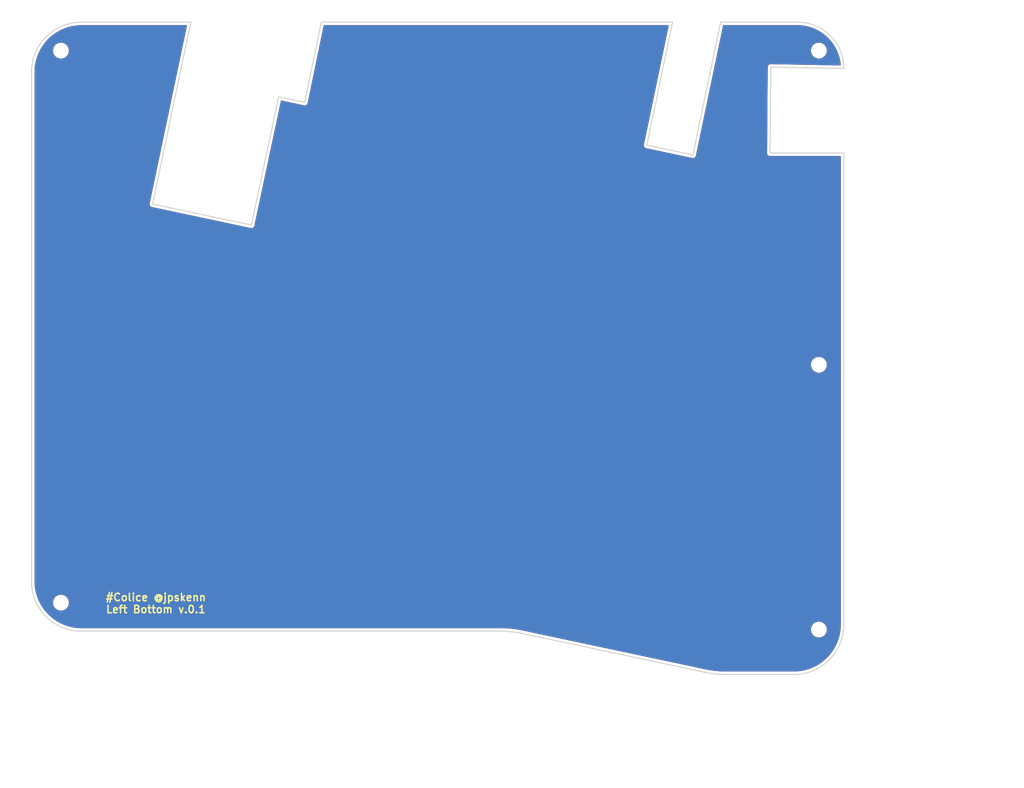
<source format=kicad_pcb>
(kicad_pcb (version 20171130) (host pcbnew "(5.1.5-0-10_14)")

  (general
    (thickness 1.6)
    (drawings 31)
    (tracks 0)
    (zones 0)
    (modules 5)
    (nets 1)
  )

  (page A4)
  (layers
    (0 F.Cu signal)
    (31 B.Cu signal)
    (32 B.Adhes user)
    (33 F.Adhes user)
    (34 B.Paste user)
    (35 F.Paste user)
    (36 B.SilkS user)
    (37 F.SilkS user)
    (38 B.Mask user)
    (39 F.Mask user)
    (40 Dwgs.User user)
    (41 Cmts.User user)
    (42 Eco1.User user)
    (43 Eco2.User user)
    (44 Edge.Cuts user)
    (45 Margin user)
    (46 B.CrtYd user)
    (47 F.CrtYd user)
    (48 B.Fab user)
    (49 F.Fab user)
  )

  (setup
    (last_trace_width 0.25)
    (trace_clearance 0.2)
    (zone_clearance 0.508)
    (zone_45_only no)
    (trace_min 0.2)
    (via_size 0.8)
    (via_drill 0.4)
    (via_min_size 0.4)
    (via_min_drill 0.3)
    (uvia_size 0.3)
    (uvia_drill 0.1)
    (uvias_allowed no)
    (uvia_min_size 0.2)
    (uvia_min_drill 0.1)
    (edge_width 0.05)
    (segment_width 0.2)
    (pcb_text_width 0.3)
    (pcb_text_size 1.5 1.5)
    (mod_edge_width 0.12)
    (mod_text_size 1 1)
    (mod_text_width 0.15)
    (pad_size 1.524 1.524)
    (pad_drill 0.762)
    (pad_to_mask_clearance 0.051)
    (solder_mask_min_width 0.25)
    (aux_axis_origin 0 0)
    (visible_elements FFFFFF7F)
    (pcbplotparams
      (layerselection 0x010fc_ffffffff)
      (usegerberextensions true)
      (usegerberattributes false)
      (usegerberadvancedattributes false)
      (creategerberjobfile false)
      (excludeedgelayer true)
      (linewidth 0.100000)
      (plotframeref false)
      (viasonmask false)
      (mode 1)
      (useauxorigin false)
      (hpglpennumber 1)
      (hpglpenspeed 20)
      (hpglpendiameter 15.000000)
      (psnegative false)
      (psa4output false)
      (plotreference true)
      (plotvalue true)
      (plotinvisibletext false)
      (padsonsilk false)
      (subtractmaskfromsilk false)
      (outputformat 1)
      (mirror false)
      (drillshape 0)
      (scaleselection 1)
      (outputdirectory "gerber/"))
  )

  (net 0 "")

  (net_class Default "これはデフォルトのネット クラスです。"
    (clearance 0.2)
    (trace_width 0.25)
    (via_dia 0.8)
    (via_drill 0.4)
    (uvia_dia 0.3)
    (uvia_drill 0.1)
  )

  (module SMK_SU120:M2_Hole (layer F.Cu) (tedit 5E0D8E1F) (tstamp 5E9C4ADB)
    (at 25.3365 29.2481)
    (descr "Resitance 3 pas")
    (tags R)
    (autoplace_cost180 10)
    (fp_text reference "" (at 0 1.651) (layer F.Fab) hide
      (effects (font (size 0.8128 0.8128) (thickness 0.15)))
    )
    (fp_text value "" (at 0 -1.4605) (layer F.Fab) hide
      (effects (font (size 0.5 0.5) (thickness 0.125)))
    )
    (pad "" np_thru_hole circle (at 0 0) (size 2.15 2.15) (drill 2.15) (layers *.Cu *.Mask))
    (model discret/resistor.wrl
      (at (xyz 0 0 0))
      (scale (xyz 0.3 0.3 0.3))
      (rotate (xyz 0 0 0))
    )
    (model Resistors_ThroughHole.3dshapes/Resistor_Horizontal_RM10mm.wrl
      (at (xyz 0 0 0))
      (scale (xyz 0.2 0.2 0.2))
      (rotate (xyz 0 0 0))
    )
  )

  (module SMK_SU120:M2_Hole (layer F.Cu) (tedit 5E0D8E1F) (tstamp 5E9C4AC6)
    (at 25.3365 139.7508)
    (descr "Resitance 3 pas")
    (tags R)
    (autoplace_cost180 10)
    (fp_text reference "" (at 0 1.651) (layer F.Fab) hide
      (effects (font (size 0.8128 0.8128) (thickness 0.15)))
    )
    (fp_text value "" (at 0 -1.4605) (layer F.Fab) hide
      (effects (font (size 0.5 0.5) (thickness 0.125)))
    )
    (pad "" np_thru_hole circle (at 0 0) (size 2.15 2.15) (drill 2.15) (layers *.Cu *.Mask))
    (model discret/resistor.wrl
      (at (xyz 0 0 0))
      (scale (xyz 0.3 0.3 0.3))
      (rotate (xyz 0 0 0))
    )
    (model Resistors_ThroughHole.3dshapes/Resistor_Horizontal_RM10mm.wrl
      (at (xyz 0 0 0))
      (scale (xyz 0.2 0.2 0.2))
      (rotate (xyz 0 0 0))
    )
  )

  (module SMK_SU120:M2_Hole (layer F.Cu) (tedit 5E0D8E1F) (tstamp 5E9C4AB1)
    (at 176.9618 145.1356)
    (descr "Resitance 3 pas")
    (tags R)
    (autoplace_cost180 10)
    (fp_text reference "" (at 0 1.651) (layer F.Fab) hide
      (effects (font (size 0.8128 0.8128) (thickness 0.15)))
    )
    (fp_text value "" (at 0 -1.4605) (layer F.Fab) hide
      (effects (font (size 0.5 0.5) (thickness 0.125)))
    )
    (pad "" np_thru_hole circle (at 0 0) (size 2.15 2.15) (drill 2.15) (layers *.Cu *.Mask))
    (model discret/resistor.wrl
      (at (xyz 0 0 0))
      (scale (xyz 0.3 0.3 0.3))
      (rotate (xyz 0 0 0))
    )
    (model Resistors_ThroughHole.3dshapes/Resistor_Horizontal_RM10mm.wrl
      (at (xyz 0 0 0))
      (scale (xyz 0.2 0.2 0.2))
      (rotate (xyz 0 0 0))
    )
  )

  (module SMK_SU120:M2_Hole (layer F.Cu) (tedit 5E0D8E1F) (tstamp 5E9C4A9C)
    (at 176.9618 92.1385)
    (descr "Resitance 3 pas")
    (tags R)
    (autoplace_cost180 10)
    (fp_text reference "" (at 0 1.651) (layer F.Fab) hide
      (effects (font (size 0.8128 0.8128) (thickness 0.15)))
    )
    (fp_text value "" (at 0 -1.4605) (layer F.Fab) hide
      (effects (font (size 0.5 0.5) (thickness 0.125)))
    )
    (pad "" np_thru_hole circle (at 0 0) (size 2.15 2.15) (drill 2.15) (layers *.Cu *.Mask))
    (model discret/resistor.wrl
      (at (xyz 0 0 0))
      (scale (xyz 0.3 0.3 0.3))
      (rotate (xyz 0 0 0))
    )
    (model Resistors_ThroughHole.3dshapes/Resistor_Horizontal_RM10mm.wrl
      (at (xyz 0 0 0))
      (scale (xyz 0.2 0.2 0.2))
      (rotate (xyz 0 0 0))
    )
  )

  (module SMK_SU120:M2_Hole (layer F.Cu) (tedit 5E0D8E1F) (tstamp 5E9C49BC)
    (at 176.9618 29.2354)
    (descr "Resitance 3 pas")
    (tags R)
    (autoplace_cost180 10)
    (fp_text reference "" (at 0 1.651) (layer F.Fab) hide
      (effects (font (size 0.8128 0.8128) (thickness 0.15)))
    )
    (fp_text value "" (at 0 -1.4605) (layer F.Fab) hide
      (effects (font (size 0.5 0.5) (thickness 0.125)))
    )
    (pad "" np_thru_hole circle (at 0 0) (size 2.15 2.15) (drill 2.15) (layers *.Cu *.Mask))
    (model discret/resistor.wrl
      (at (xyz 0 0 0))
      (scale (xyz 0.3 0.3 0.3))
      (rotate (xyz 0 0 0))
    )
    (model Resistors_ThroughHole.3dshapes/Resistor_Horizontal_RM10mm.wrl
      (at (xyz 0 0 0))
      (scale (xyz 0.2 0.2 0.2))
      (rotate (xyz 0 0 0))
    )
  )

  (gr_line (start 167.341585 32.562346) (end 167.202942 49.733305) (layer Edge.Cuts) (width 0.2))
  (gr_line (start 181.975212 32.82693) (end 167.341585 32.562346) (layer Edge.Cuts) (width 0.2))
  (gr_curve (pts (xy 22.372149 26.471098) (xy 24.247522 24.595728) (xy 26.790971 23.542156) (xy 29.443164 23.542156)) (layer Edge.Cuts) (width 0.2))
  (gr_line (start 181.975212 32.82693) (end 181.975212 32.82693) (layer Edge.Cuts) (width 0.2))
  (gr_line (start 167.202942 49.733305) (end 181.959602 49.733305) (layer Edge.Cuts) (width 0.2))
  (gr_curve (pts (xy 181.959602 144.137594) (xy 181.959602 149.660516) (xy 177.482571 154.137539) (xy 171.959639 154.137539)) (layer Edge.Cuts) (width 0.2))
  (gr_curve (pts (xy 181.959602 49.733305) (xy 181.959602 49.733305) (xy 181.959602 118.013914) (xy 181.959602 144.137594)) (layer Edge.Cuts) (width 0.2))
  (gr_line (start 157.309871 23.542156) (end 172.675075 23.542156) (layer Edge.Cuts) (width 0.2))
  (gr_line (start 151.761803 50.143674) (end 157.309871 23.542156) (layer Edge.Cuts) (width 0.2))
  (gr_line (start 142.556651 48.187077) (end 151.761803 50.143674) (layer Edge.Cuts) (width 0.2))
  (gr_line (start 147.688793 23.542156) (end 142.556651 48.187077) (layer Edge.Cuts) (width 0.2))
  (gr_line (start 77.407797 23.542156) (end 147.688793 23.542156) (layer Edge.Cuts) (width 0.2))
  (gr_line (start 74.0997 39.605302) (end 77.407797 23.542156) (layer Edge.Cuts) (width 0.2))
  (gr_line (start 68.887125 38.49749) (end 74.0997 39.605302) (layer Edge.Cuts) (width 0.2))
  (gr_line (start 63.430868 64.166615) (end 68.887125 38.49749) (layer Edge.Cuts) (width 0.2))
  (gr_line (start 43.682561 59.968993) (end 63.430868 64.166615) (layer Edge.Cuts) (width 0.2))
  (gr_line (start 51.318993 23.542156) (end 43.682561 59.968993) (layer Edge.Cuts) (width 0.2))
  (gr_curve (pts (xy 172.675075 23.542156) (xy 177.805364 23.542156) (xy 181.966481 27.696651) (xy 181.975212 32.82693)) (layer Edge.Cuts) (width 0.2))
  (gr_curve (pts (xy 19.4432 33.5421) (xy 19.4432 30.889912) (xy 20.496775 28.346468) (xy 22.372149 26.471098)) (layer Edge.Cuts) (width 0.2))
  (gr_curve (pts (xy 19.4432 135.474063) (xy 19.4432 112.557138) (xy 19.4432 56.459025) (xy 19.4432 33.5421)) (layer Edge.Cuts) (width 0.2))
  (gr_curve (pts (xy 22.372149 142.545065) (xy 20.496775 140.669695) (xy 19.4432 138.126251) (xy 19.4432 135.474063)) (layer Edge.Cuts) (width 0.2))
  (gr_curve (pts (xy 29.443164 145.474007) (xy 26.790971 145.474007) (xy 24.247522 144.420434) (xy 22.372149 142.545065)) (layer Edge.Cuts) (width 0.2))
  (gr_curve (pts (xy 113.367448 145.474007) (xy 102.391169 145.474007) (xy 51.327989 145.474007) (xy 29.443164 145.474007)) (layer Edge.Cuts) (width 0.2))
  (gr_curve (pts (xy 117.525919 145.911099) (xy 116.158812 145.620586) (xy 114.764982 145.474007) (xy 113.367448 145.474007)) (layer Edge.Cuts) (width 0.2))
  (gr_curve (pts (xy 154.172695 153.700446) (xy 147.199841 152.218512) (xy 124.498774 147.393298) (xy 117.525919 145.911099)) (layer Edge.Cuts) (width 0.2))
  (gr_curve (pts (xy 158.330902 154.137539) (xy 156.933368 154.137539) (xy 155.539802 153.991224) (xy 154.172695 153.700446)) (layer Edge.Cuts) (width 0.2))
  (gr_curve (pts (xy 171.959639 154.137539) (xy 166.938887 154.137539) (xy 161.305094 154.137539) (xy 158.330902 154.137539)) (layer Edge.Cuts) (width 0.2))
  (gr_curve (pts (xy 29.443164 23.542156) (xy 38.79119 23.542156) (xy 51.318993 23.542156) (xy 51.318993 23.542156)) (layer Edge.Cuts) (width 0.2))
  (gr_line (start 51.318993 23.542156) (end 51.318993 23.542156) (layer Edge.Cuts) (width 0.2))
  (gr_line (start 32.5755 142.367) (end 56.0705 142.367) (layer F.Mask) (width 0.15))
  (gr_text "#Colice @jpskenn\nLeft Bottom v.0.1" (at 44.323 139.8905) (layer F.SilkS)
    (effects (font (size 1.5 1.5) (thickness 0.3)))
  )

  (zone (net 0) (net_name "") (layer F.Cu) (tstamp 5E9AC0D4) (hatch edge 0.508)
    (connect_pads (clearance 0.508))
    (min_thickness 0.254)
    (fill yes (arc_segments 32) (thermal_gap 0.508) (thermal_bridge_width 0.508))
    (polygon
      (pts
        (xy 215.2015 176.911) (xy 14.986 175.9585) (xy 13.1445 19.3675) (xy 217.7415 19.1135)
      )
    )
    (filled_polygon
      (pts
        (xy 42.970818 59.781842) (xy 42.960145 59.815439) (xy 42.956003 59.852516) (xy 42.955791 59.853525) (xy 42.951992 59.888416)
        (xy 42.944069 59.959326) (xy 42.944157 59.96036) (xy 42.944045 59.96139) (xy 42.95032 60.032613) (xy 42.956373 60.103584)
        (xy 42.95666 60.104576) (xy 42.956751 60.105612) (xy 42.976822 60.174315) (xy 42.996584 60.24267) (xy 42.99706 60.243588)
        (xy 42.997351 60.244586) (xy 43.03033 60.307843) (xy 43.063156 60.371239) (xy 43.063805 60.372051) (xy 43.064283 60.372968)
        (xy 43.10891 60.428503) (xy 43.153532 60.48435) (xy 43.154325 60.485018) (xy 43.154974 60.485826) (xy 43.209741 60.531724)
        (xy 43.264239 60.577656) (xy 43.265144 60.578155) (xy 43.265941 60.578823) (xy 43.328434 60.613058) (xy 43.391021 60.647572)
        (xy 43.392015 60.647888) (xy 43.392919 60.648383) (xy 43.461036 60.669815) (xy 43.494431 60.680424) (xy 43.49543 60.680636)
        (xy 43.531026 60.691836) (xy 43.566077 60.695653) (xy 63.242738 64.878047) (xy 63.277311 64.889031) (xy 63.313365 64.893059)
        (xy 63.313369 64.89306) (xy 63.369477 64.899328) (xy 63.421198 64.905107) (xy 63.421201 64.905107) (xy 63.461552 64.901665)
        (xy 63.565455 64.892804) (xy 63.565458 64.892803) (xy 63.565459 64.892803) (xy 63.587212 64.886514) (xy 63.704542 64.852594)
        (xy 63.718837 64.845192) (xy 63.833114 64.78602) (xy 63.920948 64.715841) (xy 63.946223 64.695646) (xy 64.039529 64.58494)
        (xy 64.109445 64.458158) (xy 64.109447 64.458155) (xy 64.153285 64.320169) (xy 64.157313 64.284113) (xy 69.453249 39.369222)
        (xy 73.913861 40.317222) (xy 73.950726 40.328677) (xy 74.020419 40.336017) (xy 74.090053 40.343795) (xy 74.092386 40.343596)
        (xy 74.094712 40.343841) (xy 74.164449 40.337448) (xy 74.234311 40.331487) (xy 74.236561 40.330836) (xy 74.238889 40.330623)
        (xy 74.306042 40.310747) (xy 74.373397 40.291272) (xy 74.375475 40.290196) (xy 74.377718 40.289532) (xy 74.439741 40.256917)
        (xy 74.501964 40.224695) (xy 74.503791 40.223235) (xy 74.505862 40.222146) (xy 74.560317 40.178068) (xy 74.615072 40.134316)
        (xy 74.61658 40.132526) (xy 74.618398 40.131055) (xy 74.663176 40.077238) (xy 74.708375 40.023607) (xy 74.709506 40.021555)
        (xy 74.711001 40.019759) (xy 74.74442 39.958241) (xy 74.778287 39.896823) (xy 74.778996 39.894592) (xy 74.780112 39.892537)
        (xy 74.80089 39.82567) (xy 74.822121 39.758835) (xy 74.826407 39.720467) (xy 78.006854 24.277156) (xy 146.784967 24.277156)
        (xy 141.844759 48.000395) (xy 141.834234 48.033524) (xy 141.830037 48.071091) (xy 141.829727 48.07258) (xy 141.826025 48.107001)
        (xy 141.818159 48.177411) (xy 141.818289 48.178935) (xy 141.818125 48.18046) (xy 141.824443 48.251083) (xy 141.830463 48.321669)
        (xy 141.830889 48.323141) (xy 141.831025 48.324666) (xy 141.85098 48.392634) (xy 141.870674 48.460755) (xy 141.871379 48.462116)
        (xy 141.87181 48.463585) (xy 141.904655 48.526381) (xy 141.937247 48.589324) (xy 141.938203 48.59052) (xy 141.938913 48.591878)
        (xy 141.983412 48.647103) (xy 142.027623 48.702435) (xy 142.028793 48.703421) (xy 142.029755 48.704615) (xy 142.084204 48.750123)
        (xy 142.13833 48.795741) (xy 142.139669 48.79648) (xy 142.140846 48.797463) (xy 142.203101 48.831459) (xy 142.265112 48.865656)
        (xy 142.266571 48.86612) (xy 142.267916 48.866854) (xy 142.335513 48.888022) (xy 142.368522 48.898509) (xy 142.370013 48.898826)
        (xy 142.406082 48.910121) (xy 142.440637 48.913837) (xy 151.575055 50.8554) (xy 151.611013 50.866672) (xy 151.681548 50.87428)
        (xy 151.752137 50.882166) (xy 151.753548 50.882046) (xy 151.754961 50.882198) (xy 151.82571 50.875891) (xy 151.896395 50.869862)
        (xy 151.897758 50.869468) (xy 151.89917 50.869342) (xy 151.967277 50.84937) (xy 152.035482 50.829651) (xy 152.036741 50.828999)
        (xy 152.038102 50.8286) (xy 152.101049 50.7957) (xy 152.16405 50.763078) (xy 152.165157 50.762194) (xy 152.166415 50.761536)
        (xy 152.221749 50.716976) (xy 152.277161 50.672702) (xy 152.278074 50.671618) (xy 152.27918 50.670728) (xy 152.324755 50.616231)
        (xy 152.370467 50.561995) (xy 152.371152 50.560754) (xy 152.372062 50.559665) (xy 152.406116 50.49735) (xy 152.440382 50.435213)
        (xy 152.440811 50.433861) (xy 152.441492 50.432616) (xy 152.462721 50.364898) (xy 152.48422 50.297227) (xy 152.488405 50.259769)
        (xy 156.908417 29.06698) (xy 175.2518 29.06698) (xy 175.2518 29.40382) (xy 175.317514 29.734189) (xy 175.446418 30.045389)
        (xy 175.633556 30.325461) (xy 175.871739 30.563644) (xy 176.151811 30.750782) (xy 176.463011 30.879686) (xy 176.79338 30.9454)
        (xy 177.13022 30.9454) (xy 177.460589 30.879686) (xy 177.771789 30.750782) (xy 178.051861 30.563644) (xy 178.290044 30.325461)
        (xy 178.477182 30.045389) (xy 178.606086 29.734189) (xy 178.6718 29.40382) (xy 178.6718 29.06698) (xy 178.606086 28.736611)
        (xy 178.477182 28.425411) (xy 178.290044 28.145339) (xy 178.051861 27.907156) (xy 177.771789 27.720018) (xy 177.460589 27.591114)
        (xy 177.13022 27.5254) (xy 176.79338 27.5254) (xy 176.463011 27.591114) (xy 176.151811 27.720018) (xy 175.871739 27.907156)
        (xy 175.633556 28.145339) (xy 175.446418 28.425411) (xy 175.317514 28.736611) (xy 175.2518 29.06698) (xy 156.908417 29.06698)
        (xy 157.907393 24.277156) (xy 172.671044 24.277156) (xy 172.867087 24.279303) (xy 173.052726 24.285358) (xy 173.228641 24.294769)
        (xy 173.403754 24.307711) (xy 173.574351 24.32378) (xy 173.740546 24.342739) (xy 173.907421 24.365095) (xy 174.073239 24.390638)
        (xy 174.24155 24.419988) (xy 174.398517 24.450508) (xy 174.551192 24.483146) (xy 174.708018 24.519743) (xy 174.857038 24.557437)
        (xy 175.003431 24.597282) (xy 175.148953 24.639693) (xy 175.290045 24.683527) (xy 175.430201 24.729759) (xy 175.569201 24.7783)
        (xy 175.710443 24.830416) (xy 175.844061 24.882361) (xy 175.976798 24.936561) (xy 176.108367 24.992885) (xy 176.23878 25.051329)
        (xy 176.371132 25.113357) (xy 176.498968 25.175928) (xy 176.634689 25.245294) (xy 176.766093 25.315402) (xy 176.887193 25.382654)
        (xy 177.014613 25.456228) (xy 177.140411 25.531773) (xy 177.26625 25.610323) (xy 177.387824 25.689132) (xy 177.508187 25.770074)
        (xy 177.621586 25.849083) (xy 177.733878 25.930034) (xy 177.839452 26.008691) (xy 177.943932 26.089052) (xy 178.047025 26.170891)
        (xy 178.153737 26.25836) (xy 178.266777 26.354196) (xy 178.368047 26.442948) (xy 178.465625 26.531168) (xy 178.56161 26.620649)
        (xy 178.668337 26.723421) (xy 178.768305 26.822967) (xy 178.866833 26.924344) (xy 178.956867 27.019964) (xy 179.047847 27.119629)
        (xy 179.13504 27.218162) (xy 179.220707 27.318001) (xy 179.307053 27.421843) (xy 179.389606 27.524304) (xy 179.470603 27.628048)
        (xy 179.554151 27.738589) (xy 179.631846 27.844815) (xy 179.709788 27.954927) (xy 179.793565 28.077522) (xy 179.87322 28.198466)
        (xy 179.950909 28.32088) (xy 180.028408 28.447743) (xy 180.09848 28.566894) (xy 180.173496 28.699562) (xy 180.240461 28.822864)
        (xy 180.307127 28.950651) (xy 180.370864 29.077994) (xy 180.435462 29.21277) (xy 180.494816 29.34225) (xy 180.557594 29.485799)
        (xy 180.612582 29.617814) (xy 180.665484 29.751109) (xy 180.716222 29.885529) (xy 180.766403 30.025735) (xy 180.814685 30.168524)
        (xy 180.861049 30.31416) (xy 180.903403 30.455838) (xy 180.944301 30.601989) (xy 180.983013 30.750574) (xy 181.020711 30.90706)
        (xy 181.054429 31.059454) (xy 181.085392 31.212679) (xy 181.115364 31.377017) (xy 181.144282 31.556201) (xy 181.168326 31.727708)
        (xy 181.188992 31.900498) (xy 181.205887 32.070697) (xy 181.206455 32.077911) (xy 167.387293 31.828053) (xy 167.347548 31.823814)
        (xy 167.279044 31.830003) (xy 167.210619 31.835495) (xy 167.207053 31.836507) (xy 167.203353 31.836841) (xy 167.137345 31.856284)
        (xy 167.071334 31.875012) (xy 167.068036 31.876699) (xy 167.064471 31.877749) (xy 167.003547 31.909684) (xy 166.942434 31.940942)
        (xy 166.939525 31.943242) (xy 166.936237 31.944966) (xy 166.882743 31.98815) (xy 166.828874 32.030753) (xy 166.826469 32.033577)
        (xy 166.823581 32.035909) (xy 166.779547 32.088689) (xy 166.735016 32.140992) (xy 166.733209 32.144231) (xy 166.730831 32.147081)
        (xy 166.697948 32.207425) (xy 166.664469 32.267425) (xy 166.663328 32.270956) (xy 166.661553 32.274213) (xy 166.641066 32.339835)
        (xy 166.619944 32.40519) (xy 166.619514 32.408871) (xy 166.618407 32.412417) (xy 166.611117 32.480771) (xy 166.60315 32.548995)
        (xy 166.606348 32.588833) (xy 166.468234 49.694235) (xy 166.464386 49.733305) (xy 166.471199 49.802476) (xy 166.477438 49.871536)
        (xy 166.478283 49.874405) (xy 166.478577 49.87739) (xy 166.498762 49.943931) (xy 166.518346 50.010419) (xy 166.519734 50.013067)
        (xy 166.520605 50.015938) (xy 166.553388 50.077272) (xy 166.585563 50.138653) (xy 166.587441 50.140979) (xy 166.588855 50.143625)
        (xy 166.632964 50.197371) (xy 166.676505 50.251309) (xy 166.678802 50.253225) (xy 166.680704 50.255543) (xy 166.734426 50.299631)
        (xy 166.787678 50.344059) (xy 166.790305 50.345491) (xy 166.792622 50.347392) (xy 166.853937 50.380165) (xy 166.91481 50.413337)
        (xy 166.917663 50.414228) (xy 166.920309 50.415642) (xy 166.98682 50.435818) (xy 167.053014 50.456483) (xy 167.05599 50.4568)
        (xy 167.058857 50.45767) (xy 167.128015 50.464481) (xy 167.196979 50.471836) (xy 167.236063 50.468305) (xy 181.224602 50.468305)
        (xy 181.224602 144.133955) (xy 181.222748 144.323013) (xy 181.217401 144.5056) (xy 181.208778 144.683369) (xy 181.196525 144.864263)
        (xy 181.181572 145.036497) (xy 181.163481 145.207925) (xy 181.14278 145.374727) (xy 181.119697 145.536907) (xy 181.093809 145.698254)
        (xy 181.065164 145.858623) (xy 181.034512 146.014489) (xy 181.00128 146.169311) (xy 180.96546 146.323259) (xy 180.928005 146.472703)
        (xy 180.887656 146.622911) (xy 180.845924 146.768515) (xy 180.800209 146.918466) (xy 180.752018 147.067385) (xy 180.703836 147.20825)
        (xy 180.654667 147.344817) (xy 180.603415 147.480418) (xy 180.549394 147.616767) (xy 180.494796 147.748487) (xy 180.435948 147.884343)
        (xy 180.375017 148.019045) (xy 180.315158 148.146049) (xy 180.253355 148.272156) (xy 180.189776 148.39705) (xy 180.122704 148.523938)
        (xy 180.050145 148.656074) (xy 179.977307 148.783808) (xy 179.908119 148.900938) (xy 179.837174 149.017107) (xy 179.762584 149.13526)
        (xy 179.688522 149.248796) (xy 179.600274 149.379527) (xy 179.522764 149.490541) (xy 179.443365 149.600787) (xy 179.362552 149.709608)
        (xy 179.273341 149.826011) (xy 179.191562 149.929478) (xy 179.105887 150.034731) (xy 179.021091 150.135891) (xy 178.932449 150.238607)
        (xy 178.842432 150.339903) (xy 178.748449 150.442576) (xy 178.658033 150.538512) (xy 178.561222 150.638291) (xy 178.460411 150.739103)
        (xy 178.360575 150.83597) (xy 178.264638 150.926386) (xy 178.161952 151.02038) (xy 178.060583 151.110463) (xy 177.960647 151.196736)
        (xy 177.859531 151.281558) (xy 177.75419 151.367372) (xy 177.650593 151.449316) (xy 177.545755 151.529852) (xy 177.436962 151.610958)
        (xy 177.323947 151.692643) (xy 177.212696 151.770567) (xy 177.100219 151.846923) (xy 176.986575 151.921663) (xy 176.87199 151.994638)
        (xy 176.746791 152.071714) (xy 176.62995 152.141206) (xy 176.502304 152.214507) (xy 176.383155 152.280524) (xy 176.259589 152.34659)
        (xy 176.131807 152.412406) (xy 176.002787 152.476337) (xy 175.876132 152.536681) (xy 175.744954 152.596714) (xy 175.612893 152.654667)
        (xy 175.476352 152.712018) (xy 175.338679 152.767252) (xy 175.203589 152.818966) (xy 175.056867 152.872398) (xy 174.91625 152.920981)
        (xy 174.774401 152.967429) (xy 174.63169 153.011602) (xy 174.48487 153.054409) (xy 174.315131 153.100624) (xy 174.166228 153.138315)
        (xy 174.014161 153.174088) (xy 173.861312 153.207319) (xy 173.703687 153.238752) (xy 173.545443 153.267449) (xy 173.380405 153.294358)
        (xy 173.218853 153.317742) (xy 173.03319 153.341043) (xy 172.86588 153.358802) (xy 172.693555 153.373898) (xy 172.516671 153.386055)
        (xy 172.335145 153.39504) (xy 172.144933 153.400686) (xy 171.956001 153.402539) (xy 158.332799 153.402539) (xy 158.137813 153.40156)
        (xy 157.932522 153.39841) (xy 157.741525 153.393517) (xy 157.55448 153.386889) (xy 157.367612 153.378449) (xy 157.182659 153.368303)
        (xy 156.997834 153.356381) (xy 156.815206 153.342851) (xy 156.634734 153.327759) (xy 156.454372 153.310965) (xy 156.274117 153.292472)
        (xy 156.099913 153.272967) (xy 155.921994 153.251384) (xy 155.750211 153.228948) (xy 155.578639 153.204966) (xy 155.407165 153.179422)
        (xy 155.235887 153.152326) (xy 155.069874 153.12455) (xy 154.902061 153.094949) (xy 154.731288 153.063252) (xy 154.569015 153.031649)
        (xy 154.405809 152.998401) (xy 154.324846 152.981366) (xy 154.160148 152.946362) (xy 153.810615 152.872074) (xy 153.810611 152.872074)
        (xy 153.439181 152.793133) (xy 153.439123 152.79312) (xy 153.046393 152.709651) (xy 153.046389 152.709651) (xy 152.42151 152.57684)
        (xy 152.421481 152.576834) (xy 151.747967 152.433685) (xy 151.747965 152.433685) (xy 151.277478 152.333688) (xy 151.277474 152.333688)
        (xy 150.789352 152.22994) (xy 150.789344 152.229939) (xy 150.284304 152.122596) (xy 150.284298 152.122595) (xy 149.763059 152.011809)
        (xy 149.763057 152.011809) (xy 149.226331 151.897731) (xy 148.395502 151.721143) (xy 147.530503 151.537291) (xy 147.530474 151.537285)
        (xy 146.93903 151.411576) (xy 146.335764 151.283354) (xy 146.335706 151.283341) (xy 145.721221 151.152733) (xy 144.781315 150.952957)
        (xy 143.494027 150.679345) (xy 143.494019 150.679344) (xy 142.175059 150.398999) (xy 142.175051 150.398998) (xy 140.830174 150.113144)
        (xy 139.465159 149.823008) (xy 139.46513 149.823002) (xy 137.393113 149.382591) (xy 137.393084 149.382585) (xy 135.306666 148.93911)
        (xy 135.306637 148.939104) (xy 134.265212 148.717744) (xy 134.26521 148.717744) (xy 133.573027 148.570619) (xy 133.572969 148.570606)
        (xy 132.539106 148.350854) (xy 132.539104 148.350854) (xy 131.17406 148.060707) (xy 129.162491 147.633138) (xy 126.587916 147.085896)
        (xy 126.587908 147.085895) (xy 124.174617 146.572932) (xy 121.968702 146.104045) (xy 121.968673 146.104039) (xy 120.016219 145.689024)
        (xy 120.016162 145.689011) (xy 118.756251 145.421201) (xy 118.756243 145.4212) (xy 118.013404 145.2633) (xy 118.01327 145.26327)
        (xy 117.678739 145.192161) (xy 117.678583 145.192143) (xy 117.675662 145.191514) (xy 117.509311 145.156897) (xy 117.509133 145.156878)
        (xy 117.503035 145.15562) (xy 117.3284 145.120864) (xy 117.328222 145.120846) (xy 117.322086 145.119636) (xy 117.153221 145.087562)
        (xy 117.153045 145.087546) (xy 117.146882 145.086387) (xy 116.969712 145.054343) (xy 116.969546 145.054329) (xy 116.963107 145.053179)
        (xy 116.78064 145.021894) (xy 116.780469 145.021882) (xy 116.774074 145.020799) (xy 116.599435 144.992482) (xy 116.599264 144.992471)
        (xy 116.592859 144.991446) (xy 116.434117 144.96718) (xy 175.2518 144.96718) (xy 175.2518 145.30402) (xy 175.317514 145.634389)
        (xy 175.446418 145.945589) (xy 175.633556 146.225661) (xy 175.871739 146.463844) (xy 176.151811 146.650982) (xy 176.463011 146.779886)
        (xy 176.79338 146.8456) (xy 177.13022 146.8456) (xy 177.460589 146.779886) (xy 177.771789 146.650982) (xy 178.051861 146.463844)
        (xy 178.290044 146.225661) (xy 178.477182 145.945589) (xy 178.606086 145.634389) (xy 178.6718 145.30402) (xy 178.6718 144.96718)
        (xy 178.606086 144.636811) (xy 178.477182 144.325611) (xy 178.290044 144.045539) (xy 178.051861 143.807356) (xy 177.771789 143.620218)
        (xy 177.460589 143.491314) (xy 177.13022 143.4256) (xy 176.79338 143.4256) (xy 176.463011 143.491314) (xy 176.151811 143.620218)
        (xy 175.871739 143.807356) (xy 175.633556 144.045539) (xy 175.446418 144.325611) (xy 175.317514 144.636811) (xy 175.2518 144.96718)
        (xy 116.434117 144.96718) (xy 116.408892 144.963324) (xy 116.408719 144.963315) (xy 116.402281 144.962344) (xy 116.22618 144.937061)
        (xy 116.226003 144.937053) (xy 116.219636 144.936152) (xy 116.039276 144.91191) (xy 116.039108 144.911904) (xy 116.032681 144.911053)
        (xy 115.854146 144.888699) (xy 115.853965 144.888694) (xy 115.847437 144.887891) (xy 115.66059 144.866239) (xy 115.660421 144.866236)
        (xy 115.653826 144.865487) (xy 115.472889 144.846216) (xy 115.472719 144.846215) (xy 115.466212 144.845535) (xy 115.283068 144.827719)
        (xy 115.282898 144.827719) (xy 115.27623 144.827086) (xy 115.086813 144.810445) (xy 115.086645 144.810447) (xy 115.079921 144.809872)
        (xy 114.894426 144.795333) (xy 114.894257 144.795336) (xy 114.887545 144.794826) (xy 114.698848 144.781817) (xy 114.698677 144.781822)
        (xy 114.691911 144.781372) (xy 114.503084 144.770147) (xy 114.502913 144.770154) (xy 114.496068 144.769764) (xy 114.303035 144.76014)
        (xy 114.302876 144.760148) (xy 114.295823 144.759816) (xy 114.096547 144.751842) (xy 114.096388 144.751851) (xy 114.089277 144.751587)
        (xy 113.892965 144.745677) (xy 113.892808 144.745688) (xy 113.885751 144.745495) (xy 113.689354 144.741512) (xy 113.689203 144.741524)
        (xy 113.681971 144.741399) (xy 113.477316 144.739305) (xy 113.477131 144.739321) (xy 113.471663 144.739269) (xy 113.369315 144.739009)
        (xy 113.369207 144.739019) (xy 113.367448 144.739007) (xy 29.44681 144.739007) (xy 29.257952 144.737119) (xy 29.074916 144.731657)
        (xy 28.896173 144.722824) (xy 28.714828 144.71032) (xy 28.543648 144.69523) (xy 28.358855 144.675335) (xy 28.182155 144.652797)
        (xy 28.020442 144.62913) (xy 27.86106 144.602937) (xy 27.698884 144.573337) (xy 27.52084 144.537393) (xy 27.36905 144.503865)
        (xy 27.217461 144.467696) (xy 27.066591 144.429006) (xy 26.919933 144.388788) (xy 26.772298 144.34567) (xy 26.625336 144.300087)
        (xy 26.484504 144.253876) (xy 26.344152 144.20532) (xy 26.207283 144.155525) (xy 26.072091 144.103923) (xy 25.93536 144.049253)
        (xy 25.788466 143.987684) (xy 25.65274 143.928133) (xy 25.521137 143.867892) (xy 25.391187 143.80594) (xy 25.266992 143.744393)
        (xy 25.144478 143.681382) (xy 25.019648 143.614785) (xy 24.899023 143.548077) (xy 24.779294 143.479516) (xy 24.65899 143.408212)
        (xy 24.539744 143.335078) (xy 24.423849 143.261592) (xy 24.307299 143.185229) (xy 24.196521 143.110287) (xy 24.085806 143.033023)
        (xy 23.975522 142.953638) (xy 23.867001 142.873084) (xy 23.759553 142.790867) (xy 23.653171 142.706972) (xy 23.550758 142.62378)
        (xy 23.44946 142.539067) (xy 23.348489 142.452144) (xy 23.249367 142.364306) (xy 23.152094 142.2756) (xy 23.055422 142.184883)
        (xy 22.95378 142.086654) (xy 22.892571 142.026022) (xy 22.797163 141.929219) (xy 22.705911 141.833926) (xy 22.614868 141.736084)
        (xy 22.525995 141.637781) (xy 22.438618 141.538313) (xy 22.352794 141.437749) (xy 22.268494 141.336069) (xy 22.185764 141.233336)
        (xy 22.102393 141.126696) (xy 22.020644 141.018922) (xy 21.940581 140.910104) (xy 21.860112 140.79728) (xy 21.781362 140.683297)
        (xy 21.706456 140.571388) (xy 21.63234 140.457067) (xy 21.552558 140.329741) (xy 21.482625 140.21422) (xy 21.412874 140.095066)
        (xy 21.345009 139.975069) (xy 21.275934 139.848472) (xy 21.210233 139.723521) (xy 21.142671 139.589984) (xy 21.138971 139.58238)
        (xy 23.6265 139.58238) (xy 23.6265 139.91922) (xy 23.692214 140.249589) (xy 23.821118 140.560789) (xy 24.008256 140.840861)
        (xy 24.246439 141.079044) (xy 24.526511 141.266182) (xy 24.837711 141.395086) (xy 25.16808 141.4608) (xy 25.50492 141.4608)
        (xy 25.835289 141.395086) (xy 26.146489 141.266182) (xy 26.426561 141.079044) (xy 26.664744 140.840861) (xy 26.851882 140.560789)
        (xy 26.980786 140.249589) (xy 27.0465 139.91922) (xy 27.0465 139.58238) (xy 26.980786 139.252011) (xy 26.851882 138.940811)
        (xy 26.664744 138.660739) (xy 26.426561 138.422556) (xy 26.146489 138.235418) (xy 25.835289 138.106514) (xy 25.50492 138.0408)
        (xy 25.16808 138.0408) (xy 24.837711 138.106514) (xy 24.526511 138.235418) (xy 24.246439 138.422556) (xy 24.008256 138.660739)
        (xy 23.821118 138.940811) (xy 23.692214 139.252011) (xy 23.6265 139.58238) (xy 21.138971 139.58238) (xy 21.082116 139.465538)
        (xy 21.02259 139.338375) (xy 20.964657 139.209553) (xy 20.908757 139.080009) (xy 20.851036 138.940228) (xy 20.797637 138.804815)
        (xy 20.746659 138.669358) (xy 20.696592 138.52966) (xy 20.648795 138.389252) (xy 20.602673 138.246258) (xy 20.559188 138.10359)
        (xy 20.515987 137.952976) (xy 20.475614 137.802724) (xy 20.436894 137.64818) (xy 20.400814 137.492888) (xy 20.367414 137.337013)
        (xy 20.335696 137.175185) (xy 20.30575 137.00621) (xy 20.280024 136.843992) (xy 20.256792 136.678376) (xy 20.236545 136.512279)
        (xy 20.218927 136.341833) (xy 20.204462 136.171099) (xy 20.192972 135.996695) (xy 20.183677 135.791693) (xy 20.179138 135.604258)
        (xy 20.1782 135.471419) (xy 20.1782 91.97008) (xy 175.2518 91.97008) (xy 175.2518 92.30692) (xy 175.317514 92.637289)
        (xy 175.446418 92.948489) (xy 175.633556 93.228561) (xy 175.871739 93.466744) (xy 176.151811 93.653882) (xy 176.463011 93.782786)
        (xy 176.79338 93.8485) (xy 177.13022 93.8485) (xy 177.460589 93.782786) (xy 177.771789 93.653882) (xy 178.051861 93.466744)
        (xy 178.290044 93.228561) (xy 178.477182 92.948489) (xy 178.606086 92.637289) (xy 178.6718 92.30692) (xy 178.6718 91.97008)
        (xy 178.606086 91.639711) (xy 178.477182 91.328511) (xy 178.290044 91.048439) (xy 178.051861 90.810256) (xy 177.771789 90.623118)
        (xy 177.460589 90.494214) (xy 177.13022 90.4285) (xy 176.79338 90.4285) (xy 176.463011 90.494214) (xy 176.151811 90.623118)
        (xy 175.871739 90.810256) (xy 175.633556 91.048439) (xy 175.446418 91.328511) (xy 175.317514 91.639711) (xy 175.2518 91.97008)
        (xy 20.1782 91.97008) (xy 20.1782 33.546305) (xy 20.180718 33.327558) (xy 20.186726 33.145239) (xy 20.196056 32.967401)
        (xy 20.209242 32.784355) (xy 20.224808 32.613903) (xy 20.243314 32.445503) (xy 20.264373 32.281296) (xy 20.28807 32.119381)
        (xy 20.314257 31.960037) (xy 20.344623 31.793839) (xy 20.375671 31.639363) (xy 20.41018 31.481763) (xy 20.446944 31.326762)
        (xy 20.487308 31.168865) (xy 20.527954 31.020474) (xy 20.57001 30.876282) (xy 20.613794 30.734689) (xy 20.663404 30.583205)
        (xy 20.711854 30.443163) (xy 20.76258 30.303799) (xy 20.816221 30.163505) (xy 20.86961 30.030236) (xy 20.929521 29.887393)
        (xy 20.987224 29.755791) (xy 21.046281 29.626567) (xy 21.108571 29.495665) (xy 21.171195 29.369133) (xy 21.235855 29.243349)
        (xy 21.300633 29.121875) (xy 21.323967 29.07968) (xy 23.6265 29.07968) (xy 23.6265 29.41652) (xy 23.692214 29.746889)
        (xy 23.821118 30.058089) (xy 24.008256 30.338161) (xy 24.246439 30.576344) (xy 24.526511 30.763482) (xy 24.837711 30.892386)
        (xy 25.16808 30.9581) (xy 25.50492 30.9581) (xy 25.835289 30.892386) (xy 26.146489 30.763482) (xy 26.426561 30.576344)
        (xy 26.664744 30.338161) (xy 26.851882 30.058089) (xy 26.980786 29.746889) (xy 27.0465 29.41652) (xy 27.0465 29.07968)
        (xy 26.980786 28.749311) (xy 26.851882 28.438111) (xy 26.664744 28.158039) (xy 26.426561 27.919856) (xy 26.146489 27.732718)
        (xy 25.835289 27.603814) (xy 25.50492 27.5381) (xy 25.16808 27.5381) (xy 24.837711 27.603814) (xy 24.526511 27.732718)
        (xy 24.246439 27.919856) (xy 24.008256 28.158039) (xy 23.821118 28.438111) (xy 23.692214 28.749311) (xy 23.6265 29.07968)
        (xy 21.323967 29.07968) (xy 21.370913 28.99479) (xy 21.441308 28.872023) (xy 21.511268 28.754155) (xy 21.582108 28.638712)
        (xy 21.65418 28.525009) (xy 21.728948 28.410795) (xy 21.805483 28.297553) (xy 21.882629 28.186938) (xy 21.961484 28.077316)
        (xy 22.041876 27.968926) (xy 22.13077 27.852801) (xy 22.216793 27.743936) (xy 22.309482 27.630279) (xy 22.394361 27.529336)
        (xy 22.480903 27.429348) (xy 22.571257 27.327962) (xy 22.673597 27.216636) (xy 22.764709 27.120518) (xy 22.858791 27.024073)
        (xy 22.89068 26.992022) (xy 22.985361 26.898666) (xy 23.084028 26.804155) (xy 23.181145 26.713796) (xy 23.278757 26.625539)
        (xy 23.378911 26.537551) (xy 23.479237 26.451932) (xy 23.592419 26.358244) (xy 23.694871 26.275996) (xy 23.810486 26.186003)
        (xy 23.918253 26.10472) (xy 24.02657 26.025463) (xy 24.136661 25.947342) (xy 24.248534 25.87039) (xy 24.360628 25.795674)
        (xy 24.476837 25.720663) (xy 24.590942 25.649372) (xy 24.709043 25.577977) (xy 24.831387 25.506516) (xy 24.951481 25.438776)
        (xy 25.072558 25.372843) (xy 25.195353 25.308325) (xy 25.323939 25.243252) (xy 25.448486 25.182591) (xy 25.574763 25.123414)
        (xy 25.707697 25.063594) (xy 25.840628 25.006265) (xy 25.972815 24.951672) (xy 26.105742 24.89916) (xy 26.241201 24.848063)
        (xy 26.382576 24.79729) (xy 26.52383 24.74912) (xy 26.664117 24.703777) (xy 26.80783 24.659861) (xy 26.953991 24.617793)
        (xy 27.100714 24.578159) (xy 27.255337 24.539167) (xy 27.408757 24.50326) (xy 27.562883 24.469942) (xy 27.721088 24.438587)
        (xy 27.889144 24.408396) (xy 28.048518 24.382707) (xy 28.213999 24.35904) (xy 28.386959 24.337552) (xy 28.580996 24.317363)
        (xy 28.758674 24.302484) (xy 28.936745 24.291026) (xy 29.139768 24.282156) (xy 29.331352 24.27785) (xy 29.445343 24.277156)
        (xy 50.413932 24.277156)
      )
    )
  )
  (zone (net 0) (net_name "") (layer B.Cu) (tstamp 5E9AC0D1) (hatch edge 0.508)
    (connect_pads (clearance 0.508))
    (min_thickness 0.254)
    (fill yes (arc_segments 32) (thermal_gap 0.508) (thermal_bridge_width 0.508))
    (polygon
      (pts
        (xy 214.6935 176.4665) (xy 13.843 176.2125) (xy 13.1445 19.685) (xy 217.9955 19.1135)
      )
    )
    (filled_polygon
      (pts
        (xy 42.970818 59.781842) (xy 42.960145 59.815439) (xy 42.956003 59.852516) (xy 42.955791 59.853525) (xy 42.951992 59.888416)
        (xy 42.944069 59.959326) (xy 42.944157 59.96036) (xy 42.944045 59.96139) (xy 42.95032 60.032613) (xy 42.956373 60.103584)
        (xy 42.95666 60.104576) (xy 42.956751 60.105612) (xy 42.976822 60.174315) (xy 42.996584 60.24267) (xy 42.99706 60.243588)
        (xy 42.997351 60.244586) (xy 43.03033 60.307843) (xy 43.063156 60.371239) (xy 43.063805 60.372051) (xy 43.064283 60.372968)
        (xy 43.10891 60.428503) (xy 43.153532 60.48435) (xy 43.154325 60.485018) (xy 43.154974 60.485826) (xy 43.209741 60.531724)
        (xy 43.264239 60.577656) (xy 43.265144 60.578155) (xy 43.265941 60.578823) (xy 43.328434 60.613058) (xy 43.391021 60.647572)
        (xy 43.392015 60.647888) (xy 43.392919 60.648383) (xy 43.461036 60.669815) (xy 43.494431 60.680424) (xy 43.49543 60.680636)
        (xy 43.531026 60.691836) (xy 43.566077 60.695653) (xy 63.242738 64.878047) (xy 63.277311 64.889031) (xy 63.313365 64.893059)
        (xy 63.313369 64.89306) (xy 63.369477 64.899328) (xy 63.421198 64.905107) (xy 63.421201 64.905107) (xy 63.461552 64.901665)
        (xy 63.565455 64.892804) (xy 63.565458 64.892803) (xy 63.565459 64.892803) (xy 63.587212 64.886514) (xy 63.704542 64.852594)
        (xy 63.718837 64.845192) (xy 63.833114 64.78602) (xy 63.920948 64.715841) (xy 63.946223 64.695646) (xy 64.039529 64.58494)
        (xy 64.109445 64.458158) (xy 64.109447 64.458155) (xy 64.153285 64.320169) (xy 64.157313 64.284113) (xy 69.453249 39.369222)
        (xy 73.913861 40.317222) (xy 73.950726 40.328677) (xy 74.020419 40.336017) (xy 74.090053 40.343795) (xy 74.092386 40.343596)
        (xy 74.094712 40.343841) (xy 74.164449 40.337448) (xy 74.234311 40.331487) (xy 74.236561 40.330836) (xy 74.238889 40.330623)
        (xy 74.306042 40.310747) (xy 74.373397 40.291272) (xy 74.375475 40.290196) (xy 74.377718 40.289532) (xy 74.439741 40.256917)
        (xy 74.501964 40.224695) (xy 74.503791 40.223235) (xy 74.505862 40.222146) (xy 74.560317 40.178068) (xy 74.615072 40.134316)
        (xy 74.61658 40.132526) (xy 74.618398 40.131055) (xy 74.663176 40.077238) (xy 74.708375 40.023607) (xy 74.709506 40.021555)
        (xy 74.711001 40.019759) (xy 74.74442 39.958241) (xy 74.778287 39.896823) (xy 74.778996 39.894592) (xy 74.780112 39.892537)
        (xy 74.80089 39.82567) (xy 74.822121 39.758835) (xy 74.826407 39.720467) (xy 78.006854 24.277156) (xy 146.784967 24.277156)
        (xy 141.844759 48.000395) (xy 141.834234 48.033524) (xy 141.830037 48.071091) (xy 141.829727 48.07258) (xy 141.826025 48.107001)
        (xy 141.818159 48.177411) (xy 141.818289 48.178935) (xy 141.818125 48.18046) (xy 141.824443 48.251083) (xy 141.830463 48.321669)
        (xy 141.830889 48.323141) (xy 141.831025 48.324666) (xy 141.85098 48.392634) (xy 141.870674 48.460755) (xy 141.871379 48.462116)
        (xy 141.87181 48.463585) (xy 141.904655 48.526381) (xy 141.937247 48.589324) (xy 141.938203 48.59052) (xy 141.938913 48.591878)
        (xy 141.983412 48.647103) (xy 142.027623 48.702435) (xy 142.028793 48.703421) (xy 142.029755 48.704615) (xy 142.084204 48.750123)
        (xy 142.13833 48.795741) (xy 142.139669 48.79648) (xy 142.140846 48.797463) (xy 142.203101 48.831459) (xy 142.265112 48.865656)
        (xy 142.266571 48.86612) (xy 142.267916 48.866854) (xy 142.335513 48.888022) (xy 142.368522 48.898509) (xy 142.370013 48.898826)
        (xy 142.406082 48.910121) (xy 142.440637 48.913837) (xy 151.575055 50.8554) (xy 151.611013 50.866672) (xy 151.681548 50.87428)
        (xy 151.752137 50.882166) (xy 151.753548 50.882046) (xy 151.754961 50.882198) (xy 151.82571 50.875891) (xy 151.896395 50.869862)
        (xy 151.897758 50.869468) (xy 151.89917 50.869342) (xy 151.967277 50.84937) (xy 152.035482 50.829651) (xy 152.036741 50.828999)
        (xy 152.038102 50.8286) (xy 152.101049 50.7957) (xy 152.16405 50.763078) (xy 152.165157 50.762194) (xy 152.166415 50.761536)
        (xy 152.221749 50.716976) (xy 152.277161 50.672702) (xy 152.278074 50.671618) (xy 152.27918 50.670728) (xy 152.324755 50.616231)
        (xy 152.370467 50.561995) (xy 152.371152 50.560754) (xy 152.372062 50.559665) (xy 152.406116 50.49735) (xy 152.440382 50.435213)
        (xy 152.440811 50.433861) (xy 152.441492 50.432616) (xy 152.462721 50.364898) (xy 152.48422 50.297227) (xy 152.488405 50.259769)
        (xy 156.908417 29.06698) (xy 175.2518 29.06698) (xy 175.2518 29.40382) (xy 175.317514 29.734189) (xy 175.446418 30.045389)
        (xy 175.633556 30.325461) (xy 175.871739 30.563644) (xy 176.151811 30.750782) (xy 176.463011 30.879686) (xy 176.79338 30.9454)
        (xy 177.13022 30.9454) (xy 177.460589 30.879686) (xy 177.771789 30.750782) (xy 178.051861 30.563644) (xy 178.290044 30.325461)
        (xy 178.477182 30.045389) (xy 178.606086 29.734189) (xy 178.6718 29.40382) (xy 178.6718 29.06698) (xy 178.606086 28.736611)
        (xy 178.477182 28.425411) (xy 178.290044 28.145339) (xy 178.051861 27.907156) (xy 177.771789 27.720018) (xy 177.460589 27.591114)
        (xy 177.13022 27.5254) (xy 176.79338 27.5254) (xy 176.463011 27.591114) (xy 176.151811 27.720018) (xy 175.871739 27.907156)
        (xy 175.633556 28.145339) (xy 175.446418 28.425411) (xy 175.317514 28.736611) (xy 175.2518 29.06698) (xy 156.908417 29.06698)
        (xy 157.907393 24.277156) (xy 172.671044 24.277156) (xy 172.867087 24.279303) (xy 173.052726 24.285358) (xy 173.228641 24.294769)
        (xy 173.403754 24.307711) (xy 173.574351 24.32378) (xy 173.740546 24.342739) (xy 173.907421 24.365095) (xy 174.073239 24.390638)
        (xy 174.24155 24.419988) (xy 174.398517 24.450508) (xy 174.551192 24.483146) (xy 174.708018 24.519743) (xy 174.857038 24.557437)
        (xy 175.003431 24.597282) (xy 175.148953 24.639693) (xy 175.290045 24.683527) (xy 175.430201 24.729759) (xy 175.569201 24.7783)
        (xy 175.710443 24.830416) (xy 175.844061 24.882361) (xy 175.976798 24.936561) (xy 176.108367 24.992885) (xy 176.23878 25.051329)
        (xy 176.371132 25.113357) (xy 176.498968 25.175928) (xy 176.634689 25.245294) (xy 176.766093 25.315402) (xy 176.887193 25.382654)
        (xy 177.014613 25.456228) (xy 177.140411 25.531773) (xy 177.26625 25.610323) (xy 177.387824 25.689132) (xy 177.508187 25.770074)
        (xy 177.621586 25.849083) (xy 177.733878 25.930034) (xy 177.839452 26.008691) (xy 177.943932 26.089052) (xy 178.047025 26.170891)
        (xy 178.153737 26.25836) (xy 178.266777 26.354196) (xy 178.368047 26.442948) (xy 178.465625 26.531168) (xy 178.56161 26.620649)
        (xy 178.668337 26.723421) (xy 178.768305 26.822967) (xy 178.866833 26.924344) (xy 178.956867 27.019964) (xy 179.047847 27.119629)
        (xy 179.13504 27.218162) (xy 179.220707 27.318001) (xy 179.307053 27.421843) (xy 179.389606 27.524304) (xy 179.470603 27.628048)
        (xy 179.554151 27.738589) (xy 179.631846 27.844815) (xy 179.709788 27.954927) (xy 179.793565 28.077522) (xy 179.87322 28.198466)
        (xy 179.950909 28.32088) (xy 180.028408 28.447743) (xy 180.09848 28.566894) (xy 180.173496 28.699562) (xy 180.240461 28.822864)
        (xy 180.307127 28.950651) (xy 180.370864 29.077994) (xy 180.435462 29.21277) (xy 180.494816 29.34225) (xy 180.557594 29.485799)
        (xy 180.612582 29.617814) (xy 180.665484 29.751109) (xy 180.716222 29.885529) (xy 180.766403 30.025735) (xy 180.814685 30.168524)
        (xy 180.861049 30.31416) (xy 180.903403 30.455838) (xy 180.944301 30.601989) (xy 180.983013 30.750574) (xy 181.020711 30.90706)
        (xy 181.054429 31.059454) (xy 181.085392 31.212679) (xy 181.115364 31.377017) (xy 181.144282 31.556201) (xy 181.168326 31.727708)
        (xy 181.188992 31.900498) (xy 181.205887 32.070697) (xy 181.206455 32.077911) (xy 167.387293 31.828053) (xy 167.347548 31.823814)
        (xy 167.279044 31.830003) (xy 167.210619 31.835495) (xy 167.207053 31.836507) (xy 167.203353 31.836841) (xy 167.137345 31.856284)
        (xy 167.071334 31.875012) (xy 167.068036 31.876699) (xy 167.064471 31.877749) (xy 167.003547 31.909684) (xy 166.942434 31.940942)
        (xy 166.939525 31.943242) (xy 166.936237 31.944966) (xy 166.882743 31.98815) (xy 166.828874 32.030753) (xy 166.826469 32.033577)
        (xy 166.823581 32.035909) (xy 166.779547 32.088689) (xy 166.735016 32.140992) (xy 166.733209 32.144231) (xy 166.730831 32.147081)
        (xy 166.697948 32.207425) (xy 166.664469 32.267425) (xy 166.663328 32.270956) (xy 166.661553 32.274213) (xy 166.641066 32.339835)
        (xy 166.619944 32.40519) (xy 166.619514 32.408871) (xy 166.618407 32.412417) (xy 166.611117 32.480771) (xy 166.60315 32.548995)
        (xy 166.606348 32.588833) (xy 166.468234 49.694235) (xy 166.464386 49.733305) (xy 166.471199 49.802476) (xy 166.477438 49.871536)
        (xy 166.478283 49.874405) (xy 166.478577 49.87739) (xy 166.498762 49.943931) (xy 166.518346 50.010419) (xy 166.519734 50.013067)
        (xy 166.520605 50.015938) (xy 166.553388 50.077272) (xy 166.585563 50.138653) (xy 166.587441 50.140979) (xy 166.588855 50.143625)
        (xy 166.632964 50.197371) (xy 166.676505 50.251309) (xy 166.678802 50.253225) (xy 166.680704 50.255543) (xy 166.734426 50.299631)
        (xy 166.787678 50.344059) (xy 166.790305 50.345491) (xy 166.792622 50.347392) (xy 166.853937 50.380165) (xy 166.91481 50.413337)
        (xy 166.917663 50.414228) (xy 166.920309 50.415642) (xy 166.98682 50.435818) (xy 167.053014 50.456483) (xy 167.05599 50.4568)
        (xy 167.058857 50.45767) (xy 167.128015 50.464481) (xy 167.196979 50.471836) (xy 167.236063 50.468305) (xy 181.224602 50.468305)
        (xy 181.224602 144.133955) (xy 181.222748 144.323013) (xy 181.217401 144.5056) (xy 181.208778 144.683369) (xy 181.196525 144.864263)
        (xy 181.181572 145.036497) (xy 181.163481 145.207925) (xy 181.14278 145.374727) (xy 181.119697 145.536907) (xy 181.093809 145.698254)
        (xy 181.065164 145.858623) (xy 181.034512 146.014489) (xy 181.00128 146.169311) (xy 180.96546 146.323259) (xy 180.928005 146.472703)
        (xy 180.887656 146.622911) (xy 180.845924 146.768515) (xy 180.800209 146.918466) (xy 180.752018 147.067385) (xy 180.703836 147.20825)
        (xy 180.654667 147.344817) (xy 180.603415 147.480418) (xy 180.549394 147.616767) (xy 180.494796 147.748487) (xy 180.435948 147.884343)
        (xy 180.375017 148.019045) (xy 180.315158 148.146049) (xy 180.253355 148.272156) (xy 180.189776 148.39705) (xy 180.122704 148.523938)
        (xy 180.050145 148.656074) (xy 179.977307 148.783808) (xy 179.908119 148.900938) (xy 179.837174 149.017107) (xy 179.762584 149.13526)
        (xy 179.688522 149.248796) (xy 179.600274 149.379527) (xy 179.522764 149.490541) (xy 179.443365 149.600787) (xy 179.362552 149.709608)
        (xy 179.273341 149.826011) (xy 179.191562 149.929478) (xy 179.105887 150.034731) (xy 179.021091 150.135891) (xy 178.932449 150.238607)
        (xy 178.842432 150.339903) (xy 178.748449 150.442576) (xy 178.658033 150.538512) (xy 178.561222 150.638291) (xy 178.460411 150.739103)
        (xy 178.360575 150.83597) (xy 178.264638 150.926386) (xy 178.161952 151.02038) (xy 178.060583 151.110463) (xy 177.960647 151.196736)
        (xy 177.859531 151.281558) (xy 177.75419 151.367372) (xy 177.650593 151.449316) (xy 177.545755 151.529852) (xy 177.436962 151.610958)
        (xy 177.323947 151.692643) (xy 177.212696 151.770567) (xy 177.100219 151.846923) (xy 176.986575 151.921663) (xy 176.87199 151.994638)
        (xy 176.746791 152.071714) (xy 176.62995 152.141206) (xy 176.502304 152.214507) (xy 176.383155 152.280524) (xy 176.259589 152.34659)
        (xy 176.131807 152.412406) (xy 176.002787 152.476337) (xy 175.876132 152.536681) (xy 175.744954 152.596714) (xy 175.612893 152.654667)
        (xy 175.476352 152.712018) (xy 175.338679 152.767252) (xy 175.203589 152.818966) (xy 175.056867 152.872398) (xy 174.91625 152.920981)
        (xy 174.774401 152.967429) (xy 174.63169 153.011602) (xy 174.48487 153.054409) (xy 174.315131 153.100624) (xy 174.166228 153.138315)
        (xy 174.014161 153.174088) (xy 173.861312 153.207319) (xy 173.703687 153.238752) (xy 173.545443 153.267449) (xy 173.380405 153.294358)
        (xy 173.218853 153.317742) (xy 173.03319 153.341043) (xy 172.86588 153.358802) (xy 172.693555 153.373898) (xy 172.516671 153.386055)
        (xy 172.335145 153.39504) (xy 172.144933 153.400686) (xy 171.956001 153.402539) (xy 158.332799 153.402539) (xy 158.137813 153.40156)
        (xy 157.932522 153.39841) (xy 157.741525 153.393517) (xy 157.55448 153.386889) (xy 157.367612 153.378449) (xy 157.182659 153.368303)
        (xy 156.997834 153.356381) (xy 156.815206 153.342851) (xy 156.634734 153.327759) (xy 156.454372 153.310965) (xy 156.274117 153.292472)
        (xy 156.099913 153.272967) (xy 155.921994 153.251384) (xy 155.750211 153.228948) (xy 155.578639 153.204966) (xy 155.407165 153.179422)
        (xy 155.235887 153.152326) (xy 155.069874 153.12455) (xy 154.902061 153.094949) (xy 154.731288 153.063252) (xy 154.569015 153.031649)
        (xy 154.405809 152.998401) (xy 154.324846 152.981366) (xy 154.160148 152.946362) (xy 153.810615 152.872074) (xy 153.810611 152.872074)
        (xy 153.439181 152.793133) (xy 153.439123 152.79312) (xy 153.046393 152.709651) (xy 153.046389 152.709651) (xy 152.42151 152.57684)
        (xy 152.421481 152.576834) (xy 151.747967 152.433685) (xy 151.747965 152.433685) (xy 151.277478 152.333688) (xy 151.277474 152.333688)
        (xy 150.789352 152.22994) (xy 150.789344 152.229939) (xy 150.284304 152.122596) (xy 150.284298 152.122595) (xy 149.763059 152.011809)
        (xy 149.763057 152.011809) (xy 149.226331 151.897731) (xy 148.395502 151.721143) (xy 147.530503 151.537291) (xy 147.530474 151.537285)
        (xy 146.93903 151.411576) (xy 146.335764 151.283354) (xy 146.335706 151.283341) (xy 145.721221 151.152733) (xy 144.781315 150.952957)
        (xy 143.494027 150.679345) (xy 143.494019 150.679344) (xy 142.175059 150.398999) (xy 142.175051 150.398998) (xy 140.830174 150.113144)
        (xy 139.465159 149.823008) (xy 139.46513 149.823002) (xy 137.393113 149.382591) (xy 137.393084 149.382585) (xy 135.306666 148.93911)
        (xy 135.306637 148.939104) (xy 134.265212 148.717744) (xy 134.26521 148.717744) (xy 133.573027 148.570619) (xy 133.572969 148.570606)
        (xy 132.539106 148.350854) (xy 132.539104 148.350854) (xy 131.17406 148.060707) (xy 129.162491 147.633138) (xy 126.587916 147.085896)
        (xy 126.587908 147.085895) (xy 124.174617 146.572932) (xy 121.968702 146.104045) (xy 121.968673 146.104039) (xy 120.016219 145.689024)
        (xy 120.016162 145.689011) (xy 118.756251 145.421201) (xy 118.756243 145.4212) (xy 118.013404 145.2633) (xy 118.01327 145.26327)
        (xy 117.678739 145.192161) (xy 117.678583 145.192143) (xy 117.675662 145.191514) (xy 117.509311 145.156897) (xy 117.509133 145.156878)
        (xy 117.503035 145.15562) (xy 117.3284 145.120864) (xy 117.328222 145.120846) (xy 117.322086 145.119636) (xy 117.153221 145.087562)
        (xy 117.153045 145.087546) (xy 117.146882 145.086387) (xy 116.969712 145.054343) (xy 116.969546 145.054329) (xy 116.963107 145.053179)
        (xy 116.78064 145.021894) (xy 116.780469 145.021882) (xy 116.774074 145.020799) (xy 116.599435 144.992482) (xy 116.599264 144.992471)
        (xy 116.592859 144.991446) (xy 116.434117 144.96718) (xy 175.2518 144.96718) (xy 175.2518 145.30402) (xy 175.317514 145.634389)
        (xy 175.446418 145.945589) (xy 175.633556 146.225661) (xy 175.871739 146.463844) (xy 176.151811 146.650982) (xy 176.463011 146.779886)
        (xy 176.79338 146.8456) (xy 177.13022 146.8456) (xy 177.460589 146.779886) (xy 177.771789 146.650982) (xy 178.051861 146.463844)
        (xy 178.290044 146.225661) (xy 178.477182 145.945589) (xy 178.606086 145.634389) (xy 178.6718 145.30402) (xy 178.6718 144.96718)
        (xy 178.606086 144.636811) (xy 178.477182 144.325611) (xy 178.290044 144.045539) (xy 178.051861 143.807356) (xy 177.771789 143.620218)
        (xy 177.460589 143.491314) (xy 177.13022 143.4256) (xy 176.79338 143.4256) (xy 176.463011 143.491314) (xy 176.151811 143.620218)
        (xy 175.871739 143.807356) (xy 175.633556 144.045539) (xy 175.446418 144.325611) (xy 175.317514 144.636811) (xy 175.2518 144.96718)
        (xy 116.434117 144.96718) (xy 116.408892 144.963324) (xy 116.408719 144.963315) (xy 116.402281 144.962344) (xy 116.22618 144.937061)
        (xy 116.226003 144.937053) (xy 116.219636 144.936152) (xy 116.039276 144.91191) (xy 116.039108 144.911904) (xy 116.032681 144.911053)
        (xy 115.854146 144.888699) (xy 115.853965 144.888694) (xy 115.847437 144.887891) (xy 115.66059 144.866239) (xy 115.660421 144.866236)
        (xy 115.653826 144.865487) (xy 115.472889 144.846216) (xy 115.472719 144.846215) (xy 115.466212 144.845535) (xy 115.283068 144.827719)
        (xy 115.282898 144.827719) (xy 115.27623 144.827086) (xy 115.086813 144.810445) (xy 115.086645 144.810447) (xy 115.079921 144.809872)
        (xy 114.894426 144.795333) (xy 114.894257 144.795336) (xy 114.887545 144.794826) (xy 114.698848 144.781817) (xy 114.698677 144.781822)
        (xy 114.691911 144.781372) (xy 114.503084 144.770147) (xy 114.502913 144.770154) (xy 114.496068 144.769764) (xy 114.303035 144.76014)
        (xy 114.302876 144.760148) (xy 114.295823 144.759816) (xy 114.096547 144.751842) (xy 114.096388 144.751851) (xy 114.089277 144.751587)
        (xy 113.892965 144.745677) (xy 113.892808 144.745688) (xy 113.885751 144.745495) (xy 113.689354 144.741512) (xy 113.689203 144.741524)
        (xy 113.681971 144.741399) (xy 113.477316 144.739305) (xy 113.477131 144.739321) (xy 113.471663 144.739269) (xy 113.369315 144.739009)
        (xy 113.369207 144.739019) (xy 113.367448 144.739007) (xy 29.44681 144.739007) (xy 29.257952 144.737119) (xy 29.074916 144.731657)
        (xy 28.896173 144.722824) (xy 28.714828 144.71032) (xy 28.543648 144.69523) (xy 28.358855 144.675335) (xy 28.182155 144.652797)
        (xy 28.020442 144.62913) (xy 27.86106 144.602937) (xy 27.698884 144.573337) (xy 27.52084 144.537393) (xy 27.36905 144.503865)
        (xy 27.217461 144.467696) (xy 27.066591 144.429006) (xy 26.919933 144.388788) (xy 26.772298 144.34567) (xy 26.625336 144.300087)
        (xy 26.484504 144.253876) (xy 26.344152 144.20532) (xy 26.207283 144.155525) (xy 26.072091 144.103923) (xy 25.93536 144.049253)
        (xy 25.788466 143.987684) (xy 25.65274 143.928133) (xy 25.521137 143.867892) (xy 25.391187 143.80594) (xy 25.266992 143.744393)
        (xy 25.144478 143.681382) (xy 25.019648 143.614785) (xy 24.899023 143.548077) (xy 24.779294 143.479516) (xy 24.65899 143.408212)
        (xy 24.539744 143.335078) (xy 24.423849 143.261592) (xy 24.307299 143.185229) (xy 24.196521 143.110287) (xy 24.085806 143.033023)
        (xy 23.975522 142.953638) (xy 23.867001 142.873084) (xy 23.759553 142.790867) (xy 23.653171 142.706972) (xy 23.550758 142.62378)
        (xy 23.44946 142.539067) (xy 23.348489 142.452144) (xy 23.249367 142.364306) (xy 23.152094 142.2756) (xy 23.055422 142.184883)
        (xy 22.95378 142.086654) (xy 22.892571 142.026022) (xy 22.797163 141.929219) (xy 22.705911 141.833926) (xy 22.614868 141.736084)
        (xy 22.525995 141.637781) (xy 22.438618 141.538313) (xy 22.352794 141.437749) (xy 22.268494 141.336069) (xy 22.185764 141.233336)
        (xy 22.102393 141.126696) (xy 22.020644 141.018922) (xy 21.940581 140.910104) (xy 21.860112 140.79728) (xy 21.781362 140.683297)
        (xy 21.706456 140.571388) (xy 21.63234 140.457067) (xy 21.552558 140.329741) (xy 21.482625 140.21422) (xy 21.412874 140.095066)
        (xy 21.345009 139.975069) (xy 21.275934 139.848472) (xy 21.210233 139.723521) (xy 21.142671 139.589984) (xy 21.138971 139.58238)
        (xy 23.6265 139.58238) (xy 23.6265 139.91922) (xy 23.692214 140.249589) (xy 23.821118 140.560789) (xy 24.008256 140.840861)
        (xy 24.246439 141.079044) (xy 24.526511 141.266182) (xy 24.837711 141.395086) (xy 25.16808 141.4608) (xy 25.50492 141.4608)
        (xy 25.835289 141.395086) (xy 26.146489 141.266182) (xy 26.426561 141.079044) (xy 26.664744 140.840861) (xy 26.851882 140.560789)
        (xy 26.980786 140.249589) (xy 27.0465 139.91922) (xy 27.0465 139.58238) (xy 26.980786 139.252011) (xy 26.851882 138.940811)
        (xy 26.664744 138.660739) (xy 26.426561 138.422556) (xy 26.146489 138.235418) (xy 25.835289 138.106514) (xy 25.50492 138.0408)
        (xy 25.16808 138.0408) (xy 24.837711 138.106514) (xy 24.526511 138.235418) (xy 24.246439 138.422556) (xy 24.008256 138.660739)
        (xy 23.821118 138.940811) (xy 23.692214 139.252011) (xy 23.6265 139.58238) (xy 21.138971 139.58238) (xy 21.082116 139.465538)
        (xy 21.02259 139.338375) (xy 20.964657 139.209553) (xy 20.908757 139.080009) (xy 20.851036 138.940228) (xy 20.797637 138.804815)
        (xy 20.746659 138.669358) (xy 20.696592 138.52966) (xy 20.648795 138.389252) (xy 20.602673 138.246258) (xy 20.559188 138.10359)
        (xy 20.515987 137.952976) (xy 20.475614 137.802724) (xy 20.436894 137.64818) (xy 20.400814 137.492888) (xy 20.367414 137.337013)
        (xy 20.335696 137.175185) (xy 20.30575 137.00621) (xy 20.280024 136.843992) (xy 20.256792 136.678376) (xy 20.236545 136.512279)
        (xy 20.218927 136.341833) (xy 20.204462 136.171099) (xy 20.192972 135.996695) (xy 20.183677 135.791693) (xy 20.179138 135.604258)
        (xy 20.1782 135.471419) (xy 20.1782 91.97008) (xy 175.2518 91.97008) (xy 175.2518 92.30692) (xy 175.317514 92.637289)
        (xy 175.446418 92.948489) (xy 175.633556 93.228561) (xy 175.871739 93.466744) (xy 176.151811 93.653882) (xy 176.463011 93.782786)
        (xy 176.79338 93.8485) (xy 177.13022 93.8485) (xy 177.460589 93.782786) (xy 177.771789 93.653882) (xy 178.051861 93.466744)
        (xy 178.290044 93.228561) (xy 178.477182 92.948489) (xy 178.606086 92.637289) (xy 178.6718 92.30692) (xy 178.6718 91.97008)
        (xy 178.606086 91.639711) (xy 178.477182 91.328511) (xy 178.290044 91.048439) (xy 178.051861 90.810256) (xy 177.771789 90.623118)
        (xy 177.460589 90.494214) (xy 177.13022 90.4285) (xy 176.79338 90.4285) (xy 176.463011 90.494214) (xy 176.151811 90.623118)
        (xy 175.871739 90.810256) (xy 175.633556 91.048439) (xy 175.446418 91.328511) (xy 175.317514 91.639711) (xy 175.2518 91.97008)
        (xy 20.1782 91.97008) (xy 20.1782 33.546305) (xy 20.180718 33.327558) (xy 20.186726 33.145239) (xy 20.196056 32.967401)
        (xy 20.209242 32.784355) (xy 20.224808 32.613903) (xy 20.243314 32.445503) (xy 20.264373 32.281296) (xy 20.28807 32.119381)
        (xy 20.314257 31.960037) (xy 20.344623 31.793839) (xy 20.375671 31.639363) (xy 20.41018 31.481763) (xy 20.446944 31.326762)
        (xy 20.487308 31.168865) (xy 20.527954 31.020474) (xy 20.57001 30.876282) (xy 20.613794 30.734689) (xy 20.663404 30.583205)
        (xy 20.711854 30.443163) (xy 20.76258 30.303799) (xy 20.816221 30.163505) (xy 20.86961 30.030236) (xy 20.929521 29.887393)
        (xy 20.987224 29.755791) (xy 21.046281 29.626567) (xy 21.108571 29.495665) (xy 21.171195 29.369133) (xy 21.235855 29.243349)
        (xy 21.300633 29.121875) (xy 21.323967 29.07968) (xy 23.6265 29.07968) (xy 23.6265 29.41652) (xy 23.692214 29.746889)
        (xy 23.821118 30.058089) (xy 24.008256 30.338161) (xy 24.246439 30.576344) (xy 24.526511 30.763482) (xy 24.837711 30.892386)
        (xy 25.16808 30.9581) (xy 25.50492 30.9581) (xy 25.835289 30.892386) (xy 26.146489 30.763482) (xy 26.426561 30.576344)
        (xy 26.664744 30.338161) (xy 26.851882 30.058089) (xy 26.980786 29.746889) (xy 27.0465 29.41652) (xy 27.0465 29.07968)
        (xy 26.980786 28.749311) (xy 26.851882 28.438111) (xy 26.664744 28.158039) (xy 26.426561 27.919856) (xy 26.146489 27.732718)
        (xy 25.835289 27.603814) (xy 25.50492 27.5381) (xy 25.16808 27.5381) (xy 24.837711 27.603814) (xy 24.526511 27.732718)
        (xy 24.246439 27.919856) (xy 24.008256 28.158039) (xy 23.821118 28.438111) (xy 23.692214 28.749311) (xy 23.6265 29.07968)
        (xy 21.323967 29.07968) (xy 21.370913 28.99479) (xy 21.441308 28.872023) (xy 21.511268 28.754155) (xy 21.582108 28.638712)
        (xy 21.65418 28.525009) (xy 21.728948 28.410795) (xy 21.805483 28.297553) (xy 21.882629 28.186938) (xy 21.961484 28.077316)
        (xy 22.041876 27.968926) (xy 22.13077 27.852801) (xy 22.216793 27.743936) (xy 22.309482 27.630279) (xy 22.394361 27.529336)
        (xy 22.480903 27.429348) (xy 22.571257 27.327962) (xy 22.673597 27.216636) (xy 22.764709 27.120518) (xy 22.858791 27.024073)
        (xy 22.89068 26.992022) (xy 22.985361 26.898666) (xy 23.084028 26.804155) (xy 23.181145 26.713796) (xy 23.278757 26.625539)
        (xy 23.378911 26.537551) (xy 23.479237 26.451932) (xy 23.592419 26.358244) (xy 23.694871 26.275996) (xy 23.810486 26.186003)
        (xy 23.918253 26.10472) (xy 24.02657 26.025463) (xy 24.136661 25.947342) (xy 24.248534 25.87039) (xy 24.360628 25.795674)
        (xy 24.476837 25.720663) (xy 24.590942 25.649372) (xy 24.709043 25.577977) (xy 24.831387 25.506516) (xy 24.951481 25.438776)
        (xy 25.072558 25.372843) (xy 25.195353 25.308325) (xy 25.323939 25.243252) (xy 25.448486 25.182591) (xy 25.574763 25.123414)
        (xy 25.707697 25.063594) (xy 25.840628 25.006265) (xy 25.972815 24.951672) (xy 26.105742 24.89916) (xy 26.241201 24.848063)
        (xy 26.382576 24.79729) (xy 26.52383 24.74912) (xy 26.664117 24.703777) (xy 26.80783 24.659861) (xy 26.953991 24.617793)
        (xy 27.100714 24.578159) (xy 27.255337 24.539167) (xy 27.408757 24.50326) (xy 27.562883 24.469942) (xy 27.721088 24.438587)
        (xy 27.889144 24.408396) (xy 28.048518 24.382707) (xy 28.213999 24.35904) (xy 28.386959 24.337552) (xy 28.580996 24.317363)
        (xy 28.758674 24.302484) (xy 28.936745 24.291026) (xy 29.139768 24.282156) (xy 29.331352 24.27785) (xy 29.445343 24.277156)
        (xy 50.413932 24.277156)
      )
    )
  )
)

</source>
